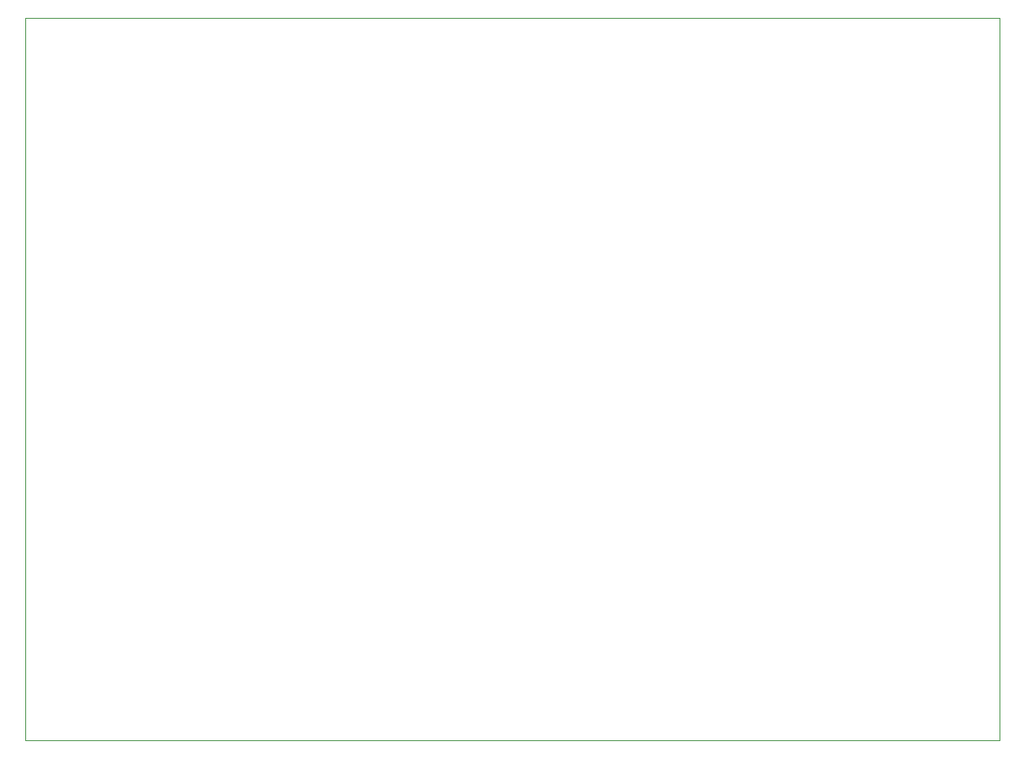
<source format=gbr>
%TF.GenerationSoftware,KiCad,Pcbnew,7.0.9*%
%TF.CreationDate,2024-01-23T15:09:09+05:30*%
%TF.ProjectId,3 Keypad,33204b65-7970-4616-942e-6b696361645f,rev?*%
%TF.SameCoordinates,Original*%
%TF.FileFunction,Profile,NP*%
%FSLAX46Y46*%
G04 Gerber Fmt 4.6, Leading zero omitted, Abs format (unit mm)*
G04 Created by KiCad (PCBNEW 7.0.9) date 2024-01-23 15:09:09*
%MOMM*%
%LPD*%
G01*
G04 APERTURE LIST*
%TA.AperFunction,Profile*%
%ADD10C,0.100000*%
%TD*%
G04 APERTURE END LIST*
D10*
X117883170Y-48055000D02*
X219086380Y-48055000D01*
X219086380Y-123064437D01*
X117883170Y-123064437D01*
X117883170Y-48055000D01*
M02*

</source>
